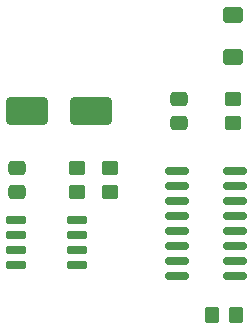
<source format=gbr>
%TF.GenerationSoftware,KiCad,Pcbnew,8.0.1*%
%TF.CreationDate,2024-11-01T11:19:19+01:00*%
%TF.ProjectId,Liquid-Sensor-Zisterne,4c697175-6964-42d5-9365-6e736f722d5a,rev?*%
%TF.SameCoordinates,Original*%
%TF.FileFunction,Paste,Top*%
%TF.FilePolarity,Positive*%
%FSLAX46Y46*%
G04 Gerber Fmt 4.6, Leading zero omitted, Abs format (unit mm)*
G04 Created by KiCad (PCBNEW 8.0.1) date 2024-11-01 11:19:19*
%MOMM*%
%LPD*%
G01*
G04 APERTURE LIST*
G04 Aperture macros list*
%AMRoundRect*
0 Rectangle with rounded corners*
0 $1 Rounding radius*
0 $2 $3 $4 $5 $6 $7 $8 $9 X,Y pos of 4 corners*
0 Add a 4 corners polygon primitive as box body*
4,1,4,$2,$3,$4,$5,$6,$7,$8,$9,$2,$3,0*
0 Add four circle primitives for the rounded corners*
1,1,$1+$1,$2,$3*
1,1,$1+$1,$4,$5*
1,1,$1+$1,$6,$7*
1,1,$1+$1,$8,$9*
0 Add four rect primitives between the rounded corners*
20,1,$1+$1,$2,$3,$4,$5,0*
20,1,$1+$1,$4,$5,$6,$7,0*
20,1,$1+$1,$6,$7,$8,$9,0*
20,1,$1+$1,$8,$9,$2,$3,0*%
G04 Aperture macros list end*
%ADD10RoundRect,0.250000X-0.350000X-0.450000X0.350000X-0.450000X0.350000X0.450000X-0.350000X0.450000X0*%
%ADD11RoundRect,0.250000X-0.600000X0.400000X-0.600000X-0.400000X0.600000X-0.400000X0.600000X0.400000X0*%
%ADD12RoundRect,0.250000X0.475000X-0.337500X0.475000X0.337500X-0.475000X0.337500X-0.475000X-0.337500X0*%
%ADD13RoundRect,0.250000X-1.500000X-0.900000X1.500000X-0.900000X1.500000X0.900000X-1.500000X0.900000X0*%
%ADD14RoundRect,0.250000X0.450000X-0.350000X0.450000X0.350000X-0.450000X0.350000X-0.450000X-0.350000X0*%
%ADD15RoundRect,0.250000X-0.450000X0.350000X-0.450000X-0.350000X0.450000X-0.350000X0.450000X0.350000X0*%
%ADD16RoundRect,0.150000X0.825000X0.150000X-0.825000X0.150000X-0.825000X-0.150000X0.825000X-0.150000X0*%
%ADD17RoundRect,0.250000X-0.475000X0.337500X-0.475000X-0.337500X0.475000X-0.337500X0.475000X0.337500X0*%
%ADD18RoundRect,0.150000X-0.725000X-0.150000X0.725000X-0.150000X0.725000X0.150000X-0.725000X0.150000X0*%
G04 APERTURE END LIST*
D10*
%TO.C,R4*%
X166894000Y-86360000D03*
X168894000Y-86360000D03*
%TD*%
D11*
%TO.C,D3*%
X168656000Y-60988000D03*
X168656000Y-64488000D03*
%TD*%
D12*
%TO.C,C3*%
X164084000Y-70125500D03*
X164084000Y-68050500D03*
%TD*%
D13*
%TO.C,D1*%
X151224000Y-69088000D03*
X156624000Y-69088000D03*
%TD*%
D14*
%TO.C,R1*%
X155448000Y-75930000D03*
X155448000Y-73930000D03*
%TD*%
D15*
%TO.C,R2*%
X158242000Y-73930000D03*
X158242000Y-75930000D03*
%TD*%
D16*
%TO.C,U2*%
X168845000Y-83058000D03*
X168845000Y-81788000D03*
X168845000Y-80518000D03*
X168845000Y-79248000D03*
X168845000Y-77978000D03*
X168845000Y-76708000D03*
X168845000Y-75438000D03*
X168845000Y-74168000D03*
X163895000Y-74168000D03*
X163895000Y-75438000D03*
X163895000Y-76708000D03*
X163895000Y-77978000D03*
X163895000Y-79248000D03*
X163895000Y-80518000D03*
X163895000Y-81788000D03*
X163895000Y-83058000D03*
%TD*%
D17*
%TO.C,C1*%
X150368000Y-73892500D03*
X150368000Y-75967500D03*
%TD*%
D15*
%TO.C,R3*%
X168656000Y-68088000D03*
X168656000Y-70088000D03*
%TD*%
D18*
%TO.C,U1*%
X150333000Y-78359000D03*
X150333000Y-79629000D03*
X150333000Y-80899000D03*
X150333000Y-82169000D03*
X155483000Y-82169000D03*
X155483000Y-80899000D03*
X155483000Y-79629000D03*
X155483000Y-78359000D03*
%TD*%
M02*

</source>
